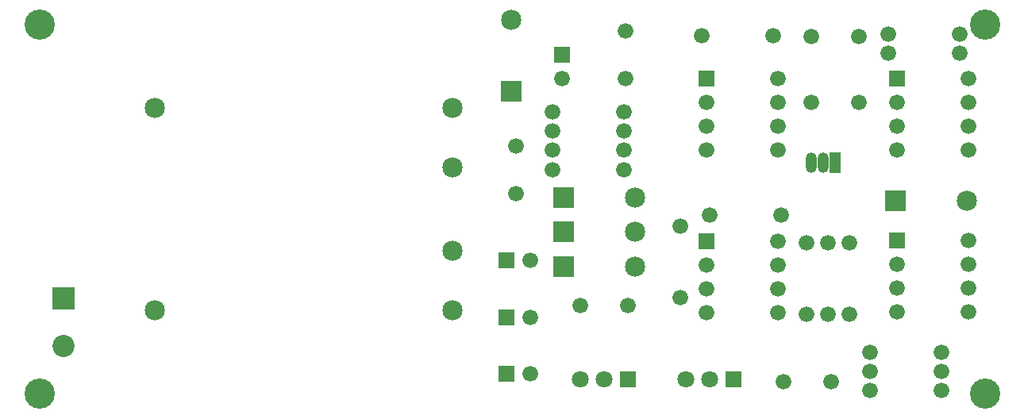
<source format=gts>
G04 Layer_Color=8388736*
%FSLAX25Y25*%
%MOIN*%
G70*
G01*
G75*
%ADD19R,0.08500X0.08500*%
%ADD20C,0.08500*%
%ADD31C,0.12700*%
%ADD32C,0.06600*%
%ADD33R,0.06600X0.06600*%
%ADD34R,0.06600X0.06600*%
%ADD35R,0.08500X0.08500*%
%ADD36R,0.09300X0.09300*%
%ADD37C,0.09300*%
%ADD38O,0.04737X0.08674*%
%ADD39R,0.04737X0.08674*%
%ADD40C,0.07099*%
%ADD41R,0.07099X0.07099*%
D19*
X308012Y237000D02*
D03*
D20*
X283500Y230000D02*
D03*
Y205000D02*
D03*
Y170000D02*
D03*
Y145000D02*
D03*
X158500Y230000D02*
D03*
Y145000D02*
D03*
X499500Y191000D02*
D03*
X360000Y178000D02*
D03*
Y192500D02*
D03*
Y163500D02*
D03*
X308012Y267000D02*
D03*
D31*
X507000Y110000D02*
D03*
Y265000D02*
D03*
X110000Y110000D02*
D03*
Y265000D02*
D03*
D32*
X388000Y260500D02*
D03*
X418000D02*
D03*
X466300Y261000D02*
D03*
X496300D02*
D03*
X356000Y262500D02*
D03*
Y242500D02*
D03*
X434000Y260000D02*
D03*
X454000D02*
D03*
X434000Y232500D02*
D03*
X454000D02*
D03*
X442500Y115000D02*
D03*
X422500D02*
D03*
X329500Y242500D02*
D03*
X310000Y194000D02*
D03*
Y214000D02*
D03*
X337000Y147000D02*
D03*
X357000D02*
D03*
X316000Y118500D02*
D03*
Y142250D02*
D03*
Y166000D02*
D03*
X458800Y111300D02*
D03*
X488800D02*
D03*
X355500Y228500D02*
D03*
X325500D02*
D03*
X466300Y253000D02*
D03*
X496300D02*
D03*
X458800Y119300D02*
D03*
X488800D02*
D03*
X355500Y220500D02*
D03*
X325500D02*
D03*
Y212500D02*
D03*
X355500D02*
D03*
X441000Y143500D02*
D03*
Y173500D02*
D03*
X488800Y127300D02*
D03*
X458800D02*
D03*
X379000Y150500D02*
D03*
Y180500D02*
D03*
X325500Y204000D02*
D03*
X355500D02*
D03*
X432000Y143500D02*
D03*
Y173500D02*
D03*
X450000Y143500D02*
D03*
Y173500D02*
D03*
X421500Y185000D02*
D03*
X391500D02*
D03*
X390000Y232500D02*
D03*
Y222500D02*
D03*
Y212500D02*
D03*
X420000Y242500D02*
D03*
Y232500D02*
D03*
Y222500D02*
D03*
Y212500D02*
D03*
X470000Y232500D02*
D03*
Y222500D02*
D03*
Y212500D02*
D03*
X500000Y242500D02*
D03*
Y232500D02*
D03*
Y222500D02*
D03*
Y212500D02*
D03*
X470000Y164500D02*
D03*
Y154500D02*
D03*
Y144500D02*
D03*
X500000Y174500D02*
D03*
Y164500D02*
D03*
Y154500D02*
D03*
Y144500D02*
D03*
X390000Y164000D02*
D03*
Y154000D02*
D03*
Y144000D02*
D03*
X420000Y174000D02*
D03*
Y164000D02*
D03*
Y154000D02*
D03*
Y144000D02*
D03*
D33*
X329500Y252500D02*
D03*
D34*
X306000Y118500D02*
D03*
Y142250D02*
D03*
Y166000D02*
D03*
X390000Y242500D02*
D03*
X470000D02*
D03*
Y174500D02*
D03*
X390000Y174000D02*
D03*
D35*
X469500Y191000D02*
D03*
X330000Y178000D02*
D03*
Y192500D02*
D03*
Y163500D02*
D03*
D36*
X120000Y150000D02*
D03*
D37*
Y130000D02*
D03*
D38*
X434000Y207000D02*
D03*
X439000D02*
D03*
D39*
X444000D02*
D03*
D40*
X381500Y116000D02*
D03*
X391500D02*
D03*
X337000D02*
D03*
X347000D02*
D03*
D41*
X401500D02*
D03*
X357000D02*
D03*
M02*

</source>
